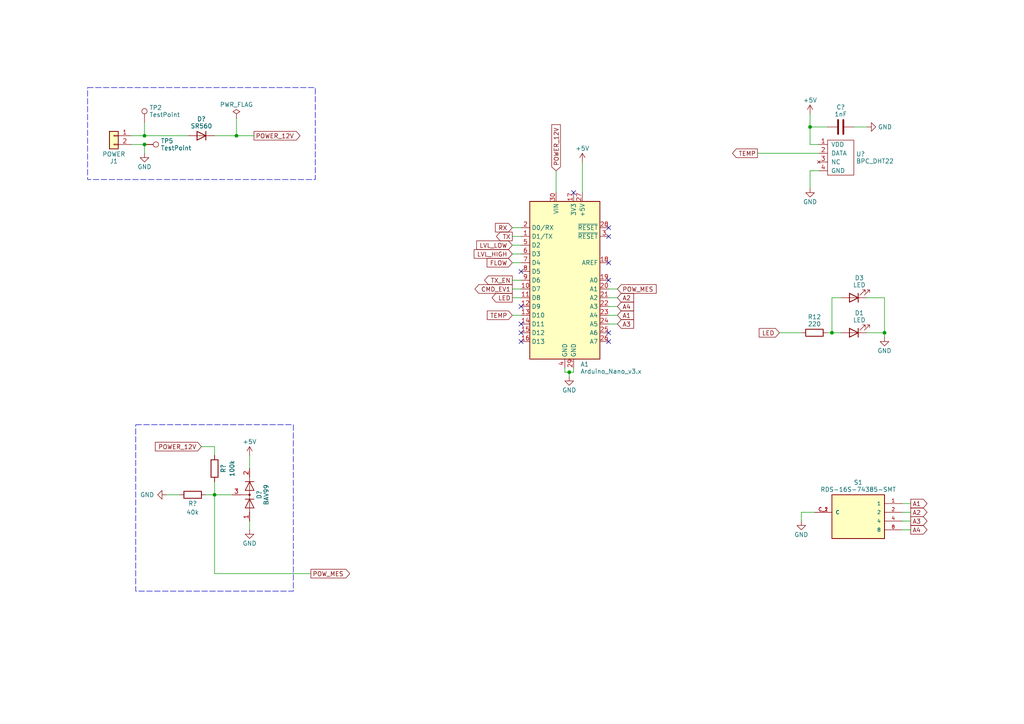
<source format=kicad_sch>
(kicad_sch (version 20230121) (generator eeschema)
  (paper "A4")
  (title_block (title "Carte de commande d'un OYA - Esclave RS485") (date "2024-04-02") (rev "E0") (company "BPC") (comment 1 "Technologie CMS basée sur ATMEGA328") (comment 2 "Monitoring de tension d'alimentation") (comment 3 "1 sortie 12V/5A - 2 entrées TOR - 1 débimètre - 1 LED - Temp - RS485"))
  (lib_symbols
    (symbol "Connector:TestPoint" (pin_numbers hide) (pin_names (offset 0.762) hide)
      (property "Reference" "TP" (at 0 6.858 0))
      (property "Value" "TestPoint" (at 0 5.08 0))
      (symbol "TestPoint_0_1"
        (circle (center 0 3.302) (radius 0.762))
      )
      (symbol "TestPoint_1_1"
        (pin passive line (at 0 0 90) (length 2.54) (name "1") (number "1"))
      )
    )
    (symbol "Connector_Generic:Conn_01x02" (pin_names (offset 1.016) hide)
      (property "Reference" "J" (at 0 2.54 0))
      (property "Value" "Conn_01x02" (at 0 -5.08 0))
      (symbol "Conn_01x02_1_1"
        (rectangle (start -1.27 -2.413) (end 0 -2.667) (stroke (width 0.1524)))
        (rectangle (start -1.27 0.127) (end 0 -0.127) (stroke (width 0.1524)))
        (rectangle (start -1.27 1.27) (end 1.27 -3.81) (stroke (width 0.254)) (fill (type background)))
        (pin passive line (at -5.08 0 0) (length 3.81) (name "Pin_1") (number "1"))
        (pin passive line (at -5.08 -2.54 0) (length 3.81) (name "Pin_2") (number "2"))
      )
    )
    (symbol "Device:C" (pin_numbers hide) (pin_names (offset 0.254))
      (property "Reference" "C" (at 0.635 2.54 0))
      (property "Value" "C" (at 0.635 -2.54 0))
      (symbol "C_0_1"
        (polyline (pts (xy -2.032 -0.762) (xy 2.032 -0.762)) (stroke (width 0.508)))
        (polyline (pts (xy -2.032 0.762) (xy 2.032 0.762)) (stroke (width 0.508)))
      )
      (symbol "C_1_1"
        (pin passive line (at 0 3.81 270) (length 2.794) (name "~") (number "1"))
        (pin passive line (at 0 -3.81 90) (length 2.794) (name "~") (number "2"))
      )
    )
    (symbol "Device:D" (pin_numbers hide) (pin_names (offset 1.016) hide)
      (property "Reference" "D" (at 0 2.54 0))
      (property "Value" "D" (at 0 -2.54 0))
      (symbol "D_0_1"
        (polyline (pts (xy -1.27 1.27) (xy -1.27 -1.27)) (stroke (width 0.254)))
        (polyline (pts (xy 1.27 0) (xy -1.27 0)))
        (polyline (pts (xy 1.27 1.27) (xy 1.27 -1.27) (xy -1.27 0) (xy 1.27 1.27)) (stroke (width 0.254)))
      )
      (symbol "D_1_1"
        (pin passive line (at -3.81 0 0) (length 2.54) (name "K") (number "1"))
        (pin passive line (at 3.81 0 180) (length 2.54) (name "A") (number "2"))
      )
    )
    (symbol "Device:LED" (pin_numbers hide) (pin_names (offset 1.016) hide)
      (property "Reference" "D" (at 0 2.54 0))
      (property "Value" "LED" (at 0 -2.54 0))
      (symbol "LED_0_1"
        (polyline (pts (xy -1.27 -1.27) (xy -1.27 1.27)) (stroke (width 0.254)))
        (polyline (pts (xy -1.27 0) (xy 1.27 0)))
        (polyline (pts (xy 1.27 -1.27) (xy 1.27 1.27) (xy -1.27 0) (xy 1.27 -1.27)) (stroke (width 0.254)))
        (polyline (pts (xy -3.048 -0.762) (xy -4.572 -2.286) (xy -3.81 -2.286) (xy -4.572 -2.286) (xy -4.572 -1.524)))
        (polyline (pts (xy -1.778 -0.762) (xy -3.302 -2.286) (xy -2.54 -2.286) (xy -3.302 -2.286) (xy -3.302 -1.524)))
      )
      (symbol "LED_1_1"
        (pin passive line (at -3.81 0 0) (length 2.54) (name "K") (number "1"))
        (pin passive line (at 3.81 0 180) (length 2.54) (name "A") (number "2"))
      )
    )
    (symbol "Device:R" (pin_numbers hide) (pin_names (offset 0))
      (property "Reference" "R" (at 2.032 0 90))
      (property "Value" "R" (at 0 0 90))
      (symbol "R_0_1"
        (rectangle (start -1.016 -2.54) (end 1.016 2.54) (stroke (width 0.254)))
      )
      (symbol "R_1_1"
        (pin passive line (at 0 3.81 270) (length 1.27) (name "~") (number "1"))
        (pin passive line (at 0 -3.81 90) (length 1.27) (name "~") (number "2"))
      )
    )
    (symbol "Diode:BAV99" (pin_names hide)
      (property "Reference" "D" (at 0 5.08 0))
      (property "Value" "BAV99" (at 0 2.54 0))
      (symbol "BAV99_0_1"
        (polyline (pts (xy -5.08 0) (xy 5.08 0)))
      )
      (symbol "BAV99_1_1"
        (polyline (pts (xy 0 0) (xy 0 -2.54)))
        (polyline (pts (xy -1.27 -1.27) (xy -1.27 1.27) (xy -1.27 1.27)) (stroke (width 0.2032)))
        (polyline (pts (xy 3.81 1.27) (xy 3.81 -1.27) (xy 3.81 -1.27)) (stroke (width 0.2032)))
        (polyline (pts (xy -3.81 1.27) (xy -1.27 0) (xy -3.81 -1.27) (xy -3.81 1.27) (xy -3.81 1.27) (xy -3.81 1.27)) (stroke (width 0.2032)))
        (polyline (pts (xy 1.27 1.27) (xy 3.81 0) (xy 1.27 -1.27) (xy 1.27 1.27) (xy 1.27 1.27) (xy 1.27 1.27)) (stroke (width 0.2032)))
        (circle (center 0 0) (radius 0.254) (fill (type outline)))
        (pin passive line (at -7.62 0 0) (length 2.54) (name "K") (number "1"))
        (pin passive line (at 7.62 0 180) (length 2.54) (name "A") (number "2"))
        (pin passive line (at 0 -5.08 90) (length 2.54) (name "K") (number "3"))
      )
    )
    (symbol "bpc:Arduino_Nano_v3.x"
      (property "Reference" "A" (at -10.16 23.495 0))
      (property "Value" "Arduino_Nano_v3.x" (at 5.08 -24.13 0))
      (symbol "Arduino_Nano_v3.x_0_1"
        (rectangle (start -10.16 22.86) (end 10.16 -22.86) (stroke (width 0.254)) (fill (type background)))
      )
      (symbol "Arduino_Nano_v3.x_1_1"
        (pin bidirectional line (at -12.7 12.7 0) (length 2.54) (name "D1/TX") (number "1"))
        (pin bidirectional line (at -12.7 -2.54 0) (length 2.54) (name "D7") (number "10"))
        (pin bidirectional line (at -12.7 -5.08 0) (length 2.54) (name "D8") (number "11"))
        (pin bidirectional line (at -12.7 -7.62 0) (length 2.54) (name "D9") (number "12"))
        (pin bidirectional line (at -12.7 -10.16 0) (length 2.54) (name "D10") (number "13"))
        (pin bidirectional line (at -12.7 -12.7 0) (length 2.54) (name "D11") (number "14"))
        (pin bidirectional line (at -12.7 -15.24 0) (length 2.54) (name "D12") (number "15"))
        (pin bidirectional line (at -12.7 -17.78 0) (length 2.54) (name "D13") (number "16"))
        (pin power_out line (at 2.54 25.4 270) (length 2.54) (name "3V3") (number "17"))
        (pin input line (at 12.7 5.08 180) (length 2.54) (name "AREF") (number "18"))
        (pin bidirectional line (at 12.7 0 180) (length 2.54) (name "A0") (number "19"))
        (pin bidirectional line (at -12.7 15.24 0) (length 2.54) (name "D0/RX") (number "2"))
        (pin bidirectional line (at 12.7 -2.54 180) (length 2.54) (name "A1") (number "20"))
        (pin bidirectional line (at 12.7 -5.08 180) (length 2.54) (name "A2") (number "21"))
        (pin bidirectional line (at 12.7 -7.62 180) (length 2.54) (name "A3") (number "22"))
        (pin bidirectional line (at 12.7 -10.16 180) (length 2.54) (name "A4") (number "23"))
        (pin bidirectional line (at 12.7 -12.7 180) (length 2.54) (name "A5") (number "24"))
        (pin bidirectional line (at 12.7 -15.24 180) (length 2.54) (name "A6") (number "25"))
        (pin bidirectional line (at 12.7 -17.78 180) (length 2.54) (name "A7") (number "26"))
        (pin power_out line (at 5.08 25.4 270) (length 2.54) (name "+5V") (number "27"))
        (pin input line (at 12.7 15.24 180) (length 2.54) (name "~{RESET}") (number "28"))
        (pin power_in line (at 2.54 -25.4 90) (length 2.54) (name "GND") (number "29"))
        (pin input line (at 12.7 12.7 180) (length 2.54) (name "~{RESET}") (number "3"))
        (pin power_in line (at -2.54 25.4 270) (length 2.54) (name "VIN") (number "30"))
        (pin power_in line (at 0 -25.4 90) (length 2.54) (name "GND") (number "4"))
        (pin bidirectional line (at -12.7 10.16 0) (length 2.54) (name "D2") (number "5"))
        (pin bidirectional line (at -12.7 7.62 0) (length 2.54) (name "D3") (number "6"))
        (pin bidirectional line (at -12.7 5.08 0) (length 2.54) (name "D4") (number "7"))
        (pin bidirectional line (at -12.7 2.54 0) (length 2.54) (name "D5") (number "8"))
        (pin bidirectional line (at -12.7 0 0) (length 2.54) (name "D6") (number "9"))
      )
    )
    (symbol "bpc:BPC_DHT22" (pin_names (offset 1.016))
      (property "Reference" "U" (at 1.27 2.54 0))
      (property "Value" "BPC_DHT22" (at 3.81 -10.16 0))
      (symbol "BPC_DHT22_0_0"
        (pin power_in line (at -2.54 0 0) (length 2.54) (name "VDD") (number "1"))
        (pin bidirectional line (at -2.54 -2.54 0) (length 2.54) (name "DATA") (number "2"))
        (pin no_connect line (at -2.54 -5.08 0) (length 2.54) (name "NC") (number "3"))
        (pin power_in line (at -2.54 -7.62 0) (length 2.54) (name "GND") (number "4"))
      )
      (symbol "BPC_DHT22_0_1"
        (rectangle (start 0 1.27) (end 7.62 -8.89))
      )
    )
    (symbol "bpc:BPC_RDS-16S-74385-SMT" (pin_names (offset 1.016))
      (property "Reference" "S" (at -7.62 5.842 0))
      (property "Value" "RDS-16S-74385-SMT" (at -7.62 -8.382 0))
      (symbol "BPC_RDS-16S-74385-SMT_0_0"
        (rectangle (start -7.62 -7.62) (end 7.62 5.08) (stroke (width 0.254)) (fill (type background)))
        (pin passive line (at 12.7 2.54 180) (length 5.08) (name "1") (number "1"))
        (pin passive line (at 12.7 0 180) (length 5.08) (name "2") (number "2"))
        (pin passive line (at 12.7 -2.54 180) (length 5.08) (name "4") (number "4"))
        (pin passive line (at 12.7 -5.08 180) (length 5.08) (name "8") (number "8"))
        (pin passive line (at -12.7 0 0) (length 5.08) (name "C") (number "C_1"))
        (pin passive line (at -12.7 0 0) (length 5.08) (name "C") (number "C_2"))
      )
    )
    (symbol "power:+5V" (power) (pin_names (offset 0))
      (property "Value" "+5V" (at 0 3.556 0))
      (symbol "+5V_0_1"
        (polyline (pts (xy -0.762 1.27) (xy 0 2.54)))
        (polyline (pts (xy 0 0) (xy 0 2.54)))
        (polyline (pts (xy 0 2.54) (xy 0.762 1.27)))
      )
      (symbol "+5V_1_1"
        (pin power_in line (at 0 0 90) (length 0) hide (name "+5V") (number "1"))
      )
    )
    (symbol "power:GND" (power) (pin_names (offset 0))
      (property "Value" "GND" (at 0 -3.81 0))
      (symbol "GND_0_1"
        (polyline (pts (xy 0 0) (xy 0 -1.27) (xy 1.27 -1.27) (xy 0 -2.54) (xy -1.27 -1.27) (xy 0 -1.27)))
      )
      (symbol "GND_1_1"
        (pin power_in line (at 0 0 270) (length 0) hide (name "GND") (number "1"))
      )
    )
    (symbol "power:PWR_FLAG" (power) (pin_numbers hide) (pin_names (offset 0) hide)
      (property "Value" "PWR_FLAG" (at 0 3.81 0))
      (symbol "PWR_FLAG_0_0"
        (pin power_out line (at 0 0 90) (length 0) (name "pwr") (number "1"))
      )
      (symbol "PWR_FLAG_0_1"
        (polyline (pts (xy 0 0) (xy 0 1.27) (xy -1.016 1.905) (xy 0 2.54) (xy 1.016 1.905) (xy 0 1.27)))
      )
    )
  )
  (junction (at 234.95 36.83))
  (junction (at 41.91 39.37))
  (junction (at 256.54 96.52))
  (junction (at 68.58 39.37))
  (junction (at 62.23 143.51))
  (junction (at 165.1 107.95))
  (junction (at 241.3 96.52))
  (junction (at 41.91 41.91))
  (no_connect (at 176.53 99.06))
  (no_connect (at 166.37 55.88))
  (no_connect (at 176.53 68.58))
  (no_connect (at 151.13 93.98))
  (no_connect (at 176.53 76.2))
  (no_connect (at 176.53 96.52))
  (no_connect (at 176.53 66.04))
  (no_connect (at 151.13 88.9))
  (no_connect (at 151.13 96.52))
  (no_connect (at 151.13 99.06))
  (no_connect (at 176.53 81.28))
  (no_connect (at 151.13 78.74))
  (wire (pts (xy 41.91 41.91) (xy 38.1 41.91)))
  (wire (pts (xy 148.59 66.04) (xy 151.13 66.04)))
  (wire (pts (xy 241.3 96.52) (xy 243.84 96.52)))
  (wire (pts (xy 234.95 41.91) (xy 237.49 41.91)))
  (wire (pts (xy 234.95 33.02) (xy 234.95 36.83)))
  (wire (pts (xy 176.53 83.82) (xy 179.07 83.82)))
  (wire (pts (xy 148.59 91.44) (xy 151.13 91.44)))
  (wire (pts (xy 62.23 143.51) (xy 67.31 143.51)))
  (wire (pts (xy 148.59 83.82) (xy 151.13 83.82)))
  (wire (pts (xy 237.49 49.53) (xy 234.95 49.53)))
  (wire (pts (xy 234.95 36.83) (xy 234.95 41.91)))
  (wire (pts (xy 236.22 148.59) (xy 232.41 148.59)))
  (wire (pts (xy 163.83 107.95) (xy 165.1 107.95)))
  (wire (pts (xy 232.41 148.59) (xy 232.41 151.13)))
  (wire (pts (xy 161.29 49.53) (xy 161.29 55.88)))
  (wire (pts (xy 148.59 68.58) (xy 151.13 68.58)))
  (wire (pts (xy 240.03 96.52) (xy 241.3 96.52)))
  (wire (pts (xy 261.62 151.13) (xy 264.16 151.13)))
  (wire (pts (xy 72.39 132.08) (xy 72.39 135.89)))
  (wire (pts (xy 251.46 86.36) (xy 256.54 86.36)))
  (wire (pts (xy 62.23 139.7) (xy 62.23 143.51)))
  (wire (pts (xy 62.23 166.37) (xy 62.23 143.51)))
  (wire (pts (xy 68.58 39.37) (xy 73.66 39.37)))
  (wire (pts (xy 176.53 93.98) (xy 179.07 93.98)))
  (wire (pts (xy 234.95 49.53) (xy 234.95 54.61)))
  (wire (pts (xy 241.3 96.52) (xy 241.3 86.36)))
  (wire (pts (xy 256.54 96.52) (xy 256.54 97.79)))
  (wire (pts (xy 176.53 88.9) (xy 179.07 88.9)))
  (wire (pts (xy 261.62 153.67) (xy 264.16 153.67)))
  (wire (pts (xy 148.59 86.36) (xy 151.13 86.36)))
  (wire (pts (xy 176.53 91.44) (xy 179.07 91.44)))
  (wire (pts (xy 48.26 143.51) (xy 52.07 143.51)))
  (wire (pts (xy 68.58 34.29) (xy 68.58 39.37)))
  (wire (pts (xy 251.46 96.52) (xy 256.54 96.52)))
  (wire (pts (xy 261.62 148.59) (xy 264.16 148.59)))
  (wire (pts (xy 247.65 36.83) (xy 251.46 36.83)))
  (wire (pts (xy 148.59 76.2) (xy 151.13 76.2)))
  (wire (pts (xy 72.39 151.13) (xy 72.39 153.67)))
  (wire (pts (xy 59.69 143.51) (xy 62.23 143.51)))
  (wire (pts (xy 176.53 86.36) (xy 179.07 86.36)))
  (wire (pts (xy 41.91 44.45) (xy 41.91 41.91)))
  (wire (pts (xy 148.59 71.12) (xy 151.13 71.12)))
  (wire (pts (xy 166.37 106.68) (xy 166.37 107.95)))
  (wire (pts (xy 165.1 107.95) (xy 165.1 109.22)))
  (wire (pts (xy 256.54 86.36) (xy 256.54 96.52)))
  (wire (pts (xy 58.42 129.54) (xy 62.23 129.54)))
  (wire (pts (xy 148.59 73.66) (xy 151.13 73.66)))
  (wire (pts (xy 38.1 39.37) (xy 41.91 39.37)))
  (wire (pts (xy 62.23 39.37) (xy 68.58 39.37)))
  (wire (pts (xy 41.91 39.37) (xy 54.61 39.37)))
  (wire (pts (xy 219.71 44.45) (xy 237.49 44.45)))
  (wire (pts (xy 241.3 86.36) (xy 243.84 86.36)))
  (wire (pts (xy 234.95 36.83) (xy 240.03 36.83)))
  (wire (pts (xy 168.91 46.99) (xy 168.91 55.88)))
  (wire (pts (xy 62.23 129.54) (xy 62.23 132.08)))
  (wire (pts (xy 62.23 166.37) (xy 90.17 166.37)))
  (wire (pts (xy 163.83 106.68) (xy 163.83 107.95)))
  (wire (pts (xy 165.1 107.95) (xy 166.37 107.95)))
  (wire (pts (xy 261.62 146.05) (xy 264.16 146.05)))
  (wire (pts (xy 226.06 96.52) (xy 232.41 96.52)))
  (wire (pts (xy 41.91 35.56) (xy 41.91 39.37)))
  (wire (pts (xy 148.59 81.28) (xy 151.13 81.28)))
  (rectangle (start 39.37 123.19) (end 85.09 171.45) (stroke (width 0) (type dash)))
  (rectangle (start 25.4 25.4) (end 91.44 52.07) (stroke (width 0) (type dash)))
  (global_label "TX" (shape output) (at 148.59 68.58 180) (property "Intersheetrefs" "${INTERSHEET_REFS}" (effects hide)))
  (global_label "A2" (shape input) (at 179.07 86.36 0) (property "Intersheetrefs" "${INTERSHEET_REFS}" (effects hide)))
  (global_label "TEMP" (shape output) (at 219.71 44.45 180) (property "Intersheetrefs" "${INTERSHEET_REFS}" (effects hide)))
  (global_label "POWER_12V" (shape input) (at 58.42 129.54 180) (property "Intersheetrefs" "${INTERSHEET_REFS}" (effects hide)))
  (global_label "FLOW" (shape input) (at 148.59 76.2 180) (property "Intersheetrefs" "${INTERSHEET_REFS}" (effects hide)))
  (global_label "POW_MES" (shape input) (at 179.07 83.82 0) (property "Intersheetrefs" "${INTERSHEET_REFS}" (effects hide)))
  (global_label "A3" (shape output) (at 264.16 151.13 0) (property "Intersheetrefs" "${INTERSHEET_REFS}" (effects hide)))
  (global_label "A2" (shape output) (at 264.16 148.59 0) (property "Intersheetrefs" "${INTERSHEET_REFS}" (effects hide)))
  (global_label "TEMP" (shape input) (at 148.59 91.44 180) (property "Intersheetrefs" "${INTERSHEET_REFS}" (effects hide)))
  (global_label "CMD_EV1" (shape output) (at 148.59 83.82 180) (property "Intersheetrefs" "${INTERSHEET_REFS}" (effects hide)))
  (global_label "TX_EN" (shape output) (at 148.59 81.28 180) (property "Intersheetrefs" "${INTERSHEET_REFS}" (effects hide)))
  (global_label "LVL_HIGH" (shape input) (at 148.59 73.66 180) (property "Intersheetrefs" "${INTERSHEET_REFS}" (effects hide)))
  (global_label "A1" (shape output) (at 264.16 146.05 0) (property "Intersheetrefs" "${INTERSHEET_REFS}" (effects hide)))
  (global_label "LED" (shape output) (at 148.59 86.36 180) (property "Intersheetrefs" "${INTERSHEET_REFS}" (effects hide)))
  (global_label "POWER_12V" (shape output) (at 73.66 39.37 0) (property "Intersheetrefs" "${INTERSHEET_REFS}" (effects hide)))
  (global_label "A4" (shape input) (at 179.07 88.9 0) (property "Intersheetrefs" "${INTERSHEET_REFS}" (effects hide)))
  (global_label "LVL_LOW" (shape input) (at 148.59 71.12 180) (property "Intersheetrefs" "${INTERSHEET_REFS}" (effects hide)))
  (global_label "POW_MES" (shape output) (at 90.17 166.37 0) (property "Intersheetrefs" "${INTERSHEET_REFS}" (effects hide)))
  (global_label "LED" (shape input) (at 226.06 96.52 180) (property "Intersheetrefs" "${INTERSHEET_REFS}" (effects hide)))
  (global_label "A1" (shape input) (at 179.07 91.44 0) (property "Intersheetrefs" "${INTERSHEET_REFS}" (effects hide)))
  (global_label "POWER_12V" (shape input) (at 161.29 49.53 90) (property "Intersheetrefs" "${INTERSHEET_REFS}" (effects hide)))
  (global_label "RX" (shape input) (at 148.59 66.04 180) (property "Intersheetrefs" "${INTERSHEET_REFS}" (effects hide)))
  (global_label "A3" (shape input) (at 179.07 93.98 0) (property "Intersheetrefs" "${INTERSHEET_REFS}" (effects hide)))
  (global_label "A4" (shape output) (at 264.16 153.67 0) (property "Intersheetrefs" "${INTERSHEET_REFS}" (effects hide)))
  (symbol (lib_id "bpc:Arduino_Nano_v3.x") (at 163.83 81.28 0) (unit 1)
    (property "Reference" "A1" (at 168.3259 105.672 0) (effects (justify left)))
    (property "Value" "Arduino_Nano_v3.x" (at 168.3259 107.72 0) (effects (justify left)))
    (property "Footprint" "bpc:BPC_Arduino_Nano" (effects hide))
    (property "Datasheet" "http://www.mouser.com/pdfdocs/Gravitech_Arduino_Nano3_0.pdf" (effects hide))
  )
  (symbol (lib_id "power:+5V") (at 234.95 33.02 0) (unit 1)
    (property "Reference" "#PWR057" (effects hide))
    (property "Value" "+5V" (at 234.95 29.075 0))
  )
  (symbol (lib_id "power:GND") (at 251.46 36.83 90) (unit 1)
    (property "Reference" "#PWR?" (effects hide))
    (property "Value" "GND" (at 254.635 36.83 90) (effects (justify right)))
    (instances (project "jard_rs485_slave_mods2" (path "" (reference "#PWR?") (unit 1)) (path "" (reference "#PWR030") (unit 1))))
  )
  (symbol (lib_id "Device:D") (at 58.42 39.37 180) (unit 1)
    (property "Reference" "D?" (at 58.42 34.52 0))
    (property "Value" "SR560" (at 58.42 36.568 0))
    (property "Footprint" "Diode_THT:D_DO-15_P12.70mm_Horizontal" (effects hide))
    (property "Sim.Device" "D" (effects hide))
    (property "Sim.Pins" "1=K 2=A" (effects hide))
    (property "RefFabricant" "SR560" (effects hide))
    (property "RefFournisseur" "2675411" (effects hide))
    (property "Fabricant" "MULTICOMP PRO" (effects hide))
    (property "Fournisseur" "Farnell" (effects hide))
    (property "Description" "Diode de redressement SR560" (effects hide))
    (property "Price" "0,5844" (effects hide))
    (instances (project "jard_rs485_slave_mods2" (path "" (reference "D?") (unit 1)) (path "" (reference "D2") (unit 1))))
  )
  (symbol (lib_id "Device:C") (at 243.84 36.83 90) (unit 1)
    (property "Reference" "C?" (at 243.84 31.091 90))
    (property "Value" "1nF" (at 243.84 33.139 90))
    (property "Footprint" "Capacitor_SMD:C_0603_1608Metric" (effects hide))
    (property "RefFabricant" "C0603X102J5GACAUTO" (effects hide))
    (property "RefFournisseur" "2219417" (effects hide))
    (property "Fabricant" "KEMET" (effects hide))
    (property "Fournisseur" "Farnell" (effects hide))
    (property "Description" "Condensateur céramique 1nF" (effects hide))
    (property "Price" "0,42" (effects hide))
    (instances (project "jard_rs485_slave_mods2" (path "" (reference "C?") (unit 1)) (path "" (reference "C7") (unit 1))))
  )
  (symbol (lib_id "power:GND") (at 256.54 97.79 0) (unit 1)
    (property "Reference" "#PWR07" (effects hide))
    (property "Value" "GND" (at 256.54 101.735 0))
  )
  (symbol (lib_id "power:PWR_FLAG") (at 68.58 34.29 0) (unit 1)
    (property "Reference" "#FLG?" (effects hide))
    (property "Value" "PWR_FLAG" (at 68.58 30.345 0))
    (instances (project "jard_rs485_slave_mods2" (path "" (reference "#FLG?") (unit 1)) (path "" (reference "#FLG01") (unit 1))))
  )
  (symbol (lib_id "Diode:BAV99") (at 72.39 143.51 270) (mirror x) (unit 1)
    (property "Reference" "D?" (at 75.1666 143.51 0))
    (property "Value" "BAV99" (at 77.2146 143.51 0))
    (property "Footprint" "Package_TO_SOT_SMD:SOT-23" (effects hide))
    (property "Datasheet" "https://assets.nexperia.com/documents/data-sheet/BAV99_SER.pdf" (effects hide))
    (property "RefFabricant" "BAV99" (effects hide))
    (property "RefFournisseur" "2675152" (effects hide))
    (property "Fabricant" "MULTICOMP PRO" (effects hide))
    (property "Fournisseur" "Farnell" (effects hide))
    (property "Description" "Diodes signaux faibles" (effects hide))
    (property "Price" "0,0994" (effects hide))
    (instances (project "jard_rs485_slave_mods2" (path "" (reference "D?") (unit 1)) (path "" (reference "D5") (unit 1))))
  )
  (symbol (lib_id "Connector:TestPoint") (at 41.91 35.56 0) (unit 1)
    (property "Reference" "TP2" (at 43.307 31.234 0) (effects (justify left)))
    (property "Value" "TestPoint" (at 43.307 33.282 0) (effects (justify left)))
    (property "Footprint" "TestPoint:TestPoint_Pad_D1.5mm" (effects hide))
    (property "Price" "0" (effects hide))
  )
  (symbol (lib_id "power:GND") (at 48.26 143.51 270) (unit 1)
    (property "Reference" "#PWR?" (effects hide))
    (property "Value" "GND" (at 40.64 143.51 90) (effects (justify left)))
    (instances (project "jard_rs485_slave_mods2" (path "" (reference "#PWR?") (unit 1)) (path "" (reference "#PWR011") (unit 1))))
  )
  (symbol (lib_id "Device:LED") (at 247.65 96.52 180) (unit 1)
    (property "Reference" "D1" (at 249.2375 90.781 0))
    (property "Value" "LED" (at 249.2375 92.829 0))
    (property "Footprint" "LED_SMD:LED_0805_2012Metric_Pad1.15x1.40mm_HandSolder" (effects hide))
    (property "RefFabricant" "SML-D14VWT86C" (effects hide))
    (property "RefFournisseur" "2829438" (effects hide))
    (property "Fabricant" "ROHM" (effects hide))
    (property "Fournisseur" "Farnell" (effects hide))
    (property "Description" "LED rouge 805" (effects hide))
    (property "Price" "0,4992" (effects hide))
  )
  (symbol (lib_id "bpc:BPC_DHT22") (at 240.03 41.91 0) (unit 1)
    (property "Reference" "U?" (at 248.285 44.696 0) (effects (justify left)))
    (property "Value" "BPC_DHT22" (at 248.285 46.744 0) (effects (justify left)))
    (property "Footprint" "bpc:BPC_DHT22" (effects hide))
    (property "RefFournisseur" "DTH22" (effects hide))
    (property "Description" "Module de température Arduino" (effects hide))
    (property "Fournisseur" "Ali express" (effects hide))
    (property "Price" "0,635" (effects hide))
    (property "Purchase-URL" "https://fr.aliexpress.com/item/1005005046929046.html?spm=a2g0o.productlist.main.1.6bc358cfkBpnLN&algo_pvid=d68faa62-b15e-4a60-b378-f75477d8c492&algo_exp_id=d68faa62-b15e-4a60-b378-f75477d8c492-0&pdp_npi=4%40dis%21EUR%216.35%216.35%21%21%216.72%216.72%21%40210386d117123955551348030ebc5b%2112000031442655490%21sea%21FR%212150986022%21&curPageLogUid=S3wz0qZbaH38&utparam-url=scene%3Asearch%7Cquery_from%3A" (effects hide))
    (instances (project "jard_rs485_slave_mods2" (path "" (reference "U?") (unit 1)) (path "" (reference "U6") (unit 1))))
  )
  (symbol (lib_id "Device:R") (at 55.88 143.51 90) (unit 1)
    (property "Reference" "R?" (at 55.88 146.05 90))
    (property "Value" "40k" (at 55.88 148.59 90))
    (property "Footprint" "Resistor_SMD:R_0805_2012Metric_Pad1.20x1.40mm_HandSolder" (effects hide))
    (property "RefFabricant" "CRCW080540K0FKEA" (effects hide))
    (property "RefFournisseur" "3975002" (effects hide))
    (property "Fabricant" "VISHAY" (effects hide))
    (property "Fournisseur" "Farnell" (effects hide))
    (property "Description" "Résistance 40 kOhms" (effects hide))
    (property "Price" "0,0505" (effects hide))
    (instances (project "jard_rs485_slave_mods2" (path "" (reference "R?") (unit 1)) (path "" (reference "R1") (unit 1))))
  )
  (symbol (lib_id "bpc:BPC_RDS-16S-74385-SMT") (at 248.92 148.59 0) (unit 1)
    (property "Reference" "S1" (at 248.92 139.93 0))
    (property "Value" "RDS-16S-74385-SMT" (at 248.92 141.978 0))
    (property "Footprint" "bpc:BPC_RDS-16S-74385-SMT" (effects hide))
    (property "MF" "CUI Devices" (effects hide))
    (property "MAXIMUM_PACKAGE_HEIGHT" "8.35mm" (effects hide))
    (property "Package" "None" (effects hide))
    (property "Price" "2,76" (effects hide))
    (property "Check_prices" "https://www.snapeda.com/parts/RDS-16S-74385-SMT/CUI+Devices/view-part/?ref=eda" (effects hide))
    (property "STANDARD" "Manufacturer Recommendations" (effects hide))
    (property "PARTREV" "1.0" (effects hide))
    (property "SnapEDA_Link" "https://www.snapeda.com/parts/RDS-16S-74385-SMT/CUI+Devices/view-part/?ref=snap" (effects hide))
    (property "MP" "RDS-16S-74385-SMT" (effects hide))
    (property "Description" "Switch rotatif 16 positions" (effects hide))
    (property "CUI_purchase_URL" "https://www.cuidevices.com/product/switches/dip-switches/rds-16s-74385-smt?utm_source=snapeda.com&utm_medium=referral&utm_campaign=snapedaBOM" (effects hide))
    (property "Availability" "In Stock" (effects hide))
    (property "MANUFACTURER" "CUI Devices" (effects hide))
    (property "RefFabricant" "RDS-16S-74385-SMT-TR" (effects hide))
    (property "Fabricant" "CUI Devices" (effects hide))
    (property "Purchase-URL" "https://www.digikey.at/en/products/detail/cui-devices/RDS-16S-74385-SMT-TR/13530571" (effects hide))
    (property "Fournisseur" "Digikey" (effects hide))
  )
  (symbol (lib_id "power:GND") (at 72.39 153.67 0) (unit 1)
    (property "Reference" "#PWR?" (effects hide))
    (property "Value" "GND" (at 72.39 157.615 0))
    (instances (project "jard_rs485_slave_mods2" (path "" (reference "#PWR?") (unit 1)) (path "" (reference "#PWR013") (unit 1))))
  )
  (symbol (lib_id "Connector:TestPoint") (at 41.91 41.91 270) (unit 1)
    (property "Reference" "TP5" (at 46.609 40.886 90) (effects (justify left)))
    (property "Value" "TestPoint" (at 46.609 42.934 90) (effects (justify left)))
    (property "Footprint" "TestPoint:TestPoint_Pad_D1.5mm" (effects hide))
    (property "Price" "0" (effects hide))
  )
  (symbol (lib_id "power:GND") (at 165.1 109.22 0) (unit 1)
    (property "Reference" "#PWR09" (effects hide))
    (property "Value" "GND" (at 165.1 113.165 0))
  )
  (symbol (lib_id "power:GND") (at 41.91 44.45 0) (unit 1)
    (property "Reference" "#PWR?" (effects hide))
    (property "Value" "GND" (at 41.91 48.395 0))
    (instances (project "jard_rs485_slave_mods2" (path "" (reference "#PWR?") (unit 1)) (path "" (reference "#PWR01") (unit 1))))
  )
  (symbol (lib_id "Device:R") (at 62.23 135.89 180) (unit 1)
    (property "Reference" "R?" (at 64.77 135.89 90))
    (property "Value" "100k" (at 67.31 135.89 90))
    (property "Footprint" "Resistor_SMD:R_0805_2012Metric_Pad1.20x1.40mm_HandSolder" (effects hide))
    (property "RefFabricant" "MCHVR05JTEW1003" (effects hide))
    (property "RefFournisseur" "2826073" (effects hide))
    (property "Fabricant" "MULTICOMP PRO" (effects hide))
    (property "Fournisseur" "Farnell" (effects hide))
    (property "Description" "Résistance 100 kOhms" (effects hide))
    (property "Price" "0,0522" (effects hide))
    (instances (project "jard_rs485_slave_mods2" (path "" (reference "R?") (unit 1)) (path "" (reference "R2") (unit 1))))
  )
  (symbol (lib_id "Connector_Generic:Conn_01x02") (at 33.02 39.37 0) (mirror y) (unit 1)
    (property "Reference" "J1" (at 33.02 46.76 0))
    (property "Value" "POWER" (at 33.02 44.712 0))
    (property "Footprint" "TerminalBlock_Phoenix:TerminalBlock_Phoenix_MKDS-1,5-2-5.08_1x02_P5.08mm_Horizontal" (effects hide))
  )
  (symbol (lib_id "power:+5V") (at 168.91 46.99 0) (unit 1)
    (property "Reference" "#PWR05" (effects hide))
    (property "Value" "+5V" (at 168.91 43.045 0))
  )
  (symbol (lib_id "Device:R") (at 236.22 96.52 90) (unit 1)
    (property "Reference" "R12" (at 236.22 91.924 90))
    (property "Value" "220" (at 236.22 93.972 90))
    (property "Footprint" "Resistor_SMD:R_0805_2012Metric_Pad1.20x1.40mm_HandSolder" (effects hide))
    (property "RefFabricant" "MCMR06X224 JTL" (effects hide))
    (property "RefFournisseur" "2073437" (effects hide))
    (property "Fabricant" "MULTICOMP PRO" (effects hide))
    (property "Fournisseur" "Farnell" (effects hide))
    (property "Description" "Résistance 220 Ohms" (effects hide))
    (property "Price" "0,009" (effects hide))
  )
  (symbol (lib_id "Device:LED") (at 247.65 86.36 180) (unit 1)
    (property "Reference" "D3" (at 249.2375 80.621 0))
    (property "Value" "LED" (at 249.2375 82.669 0))
    (property "Footprint" "LED_THT:LED_D3.0mm_FlatTop" (effects hide))
    (property "RefFabricant" "MP000451" (effects hide))
    (property "RefFournisseur" "3130206" (effects hide))
    (property "Description" "LED rouge 3mm" (effects hide))
    (property "Fabricant" "MULTICOMP PRO" (effects hide))
    (property "Fournisseur" "Farnell" (effects hide))
    (property "Price" "3,78" (effects hide))
  )
  (symbol (lib_id "power:+5V") (at 72.39 132.08 0) (unit 1)
    (property "Reference" "#PWR012" (effects hide))
    (property "Value" "+5V" (at 72.39 128.135 0))
  )
  (symbol (lib_id "power:GND") (at 234.95 54.61 0) (unit 1)
    (property "Reference" "#PWR?" (effects hide))
    (property "Value" "GND" (at 234.95 58.555 0))
    (instances (project "jard_rs485_slave_mods2" (path "" (reference "#PWR?") (unit 1)) (path "" (reference "#PWR058") (unit 1))))
  )
  (symbol (lib_id "power:GND") (at 232.41 151.13 0) (unit 1)
    (property "Reference" "#PWR?" (effects hide))
    (property "Value" "GND" (at 232.41 155.075 0))
    (instances (project "jard_rs485_slave_mods2" (path "" (reference "#PWR?") (unit 1)) (path "" (reference "#PWR04") (unit 1))))
  )
)
</source>
